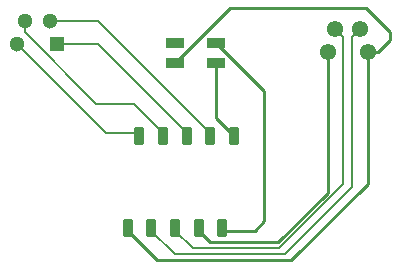
<source format=gbr>
%TF.GenerationSoftware,KiCad,Pcbnew,7.0.10*%
%TF.CreationDate,2024-12-20T17:15:42-05:00*%
%TF.ProjectId,accessory_peripheral,61636365-7373-46f7-9279-5f7065726970,rev?*%
%TF.SameCoordinates,Original*%
%TF.FileFunction,Copper,L1,Top*%
%TF.FilePolarity,Positive*%
%FSLAX46Y46*%
G04 Gerber Fmt 4.6, Leading zero omitted, Abs format (unit mm)*
G04 Created by KiCad (PCBNEW 7.0.10) date 2024-12-20 17:15:42*
%MOMM*%
%LPD*%
G01*
G04 APERTURE LIST*
G04 Aperture macros list*
%AMRoundRect*
0 Rectangle with rounded corners*
0 $1 Rounding radius*
0 $2 $3 $4 $5 $6 $7 $8 $9 X,Y pos of 4 corners*
0 Add a 4 corners polygon primitive as box body*
4,1,4,$2,$3,$4,$5,$6,$7,$8,$9,$2,$3,0*
0 Add four circle primitives for the rounded corners*
1,1,$1+$1,$2,$3*
1,1,$1+$1,$4,$5*
1,1,$1+$1,$6,$7*
1,1,$1+$1,$8,$9*
0 Add four rect primitives between the rounded corners*
20,1,$1+$1,$2,$3,$4,$5,0*
20,1,$1+$1,$4,$5,$6,$7,0*
20,1,$1+$1,$6,$7,$8,$9,0*
20,1,$1+$1,$8,$9,$2,$3,0*%
G04 Aperture macros list end*
%TA.AperFunction,SMDPad,CuDef*%
%ADD10R,1.600000X0.850000*%
%TD*%
%TA.AperFunction,ComponentPad*%
%ADD11C,1.381000*%
%TD*%
%TA.AperFunction,ComponentPad*%
%ADD12R,1.300000X1.300000*%
%TD*%
%TA.AperFunction,ComponentPad*%
%ADD13C,1.300000*%
%TD*%
%TA.AperFunction,SMDPad,CuDef*%
%ADD14RoundRect,0.225000X0.225000X-0.525000X0.225000X0.525000X-0.225000X0.525000X-0.225000X-0.525000X0*%
%TD*%
%TA.AperFunction,Conductor*%
%ADD15C,0.250000*%
%TD*%
%TA.AperFunction,Conductor*%
%ADD16C,0.200000*%
%TD*%
G04 APERTURE END LIST*
D10*
%TO.P,J4,1,Pin_1*%
%TO.N,unconnected-(J4-Pin_1-Pad1)*%
X58448000Y-42305000D03*
%TO.P,J4,2,Pin_2*%
%TO.N,usb_gnd*%
X58448000Y-44055000D03*
%TO.P,J4,3,Pin_3*%
%TO.N,DIN{slash}GPIO*%
X61948000Y-44055000D03*
%TO.P,J4,4,Pin_4*%
%TO.N,5v*%
X61948000Y-42305000D03*
%TD*%
D11*
%TO.P,J3,1,Pin_1*%
%TO.N,5v_usb*%
X71393000Y-43098000D03*
%TO.P,J3,2,Pin_2*%
%TO.N,usb_d-*%
X72018000Y-41148000D03*
%TO.P,J3,3,Pin_3*%
%TO.N,usb_gnd*%
X74793000Y-43098000D03*
%TO.P,J3,4,Pin_4*%
%TO.N,usb_d+*%
X74168000Y-41148000D03*
%TD*%
D12*
%TO.P,J2,1,Pin_1*%
%TO.N,Rx+*%
X48514000Y-42418000D03*
D13*
%TO.P,J2,2,Pin_2*%
%TO.N,Rx-*%
X47889000Y-40468000D03*
%TO.P,J2,3,Pin_3*%
%TO.N,Tx+*%
X45114000Y-42418000D03*
%TO.P,J2,4,Pin_4*%
%TO.N,Tx-*%
X45739000Y-40468000D03*
%TD*%
D14*
%TO.P,J1,1,Pin_1*%
%TO.N,usb_gnd*%
X54464300Y-57976600D03*
%TO.P,J1,2,Pin_2*%
%TO.N,usb_d+*%
X56464300Y-57976600D03*
%TO.P,J1,3,Pin_3*%
%TO.N,usb_d-*%
X58464300Y-57976600D03*
%TO.P,J1,4,Pin_4*%
%TO.N,5v_usb*%
X60464300Y-57976600D03*
%TO.P,J1,5,Pin_5*%
%TO.N,5v*%
X62464300Y-57976600D03*
%TO.P,J1,6,Pin_6*%
%TO.N,Tx+*%
X55464300Y-50176600D03*
%TO.P,J1,7,Pin_7*%
%TO.N,Tx-*%
X57464300Y-50176600D03*
%TO.P,J1,8,Pin_8*%
%TO.N,Rx+*%
X59464300Y-50176600D03*
%TO.P,J1,9,Pin_9*%
%TO.N,Rx-*%
X61464300Y-50176600D03*
%TO.P,J1,10,Pin_10*%
%TO.N,DIN{slash}GPIO*%
X63464300Y-50176600D03*
%TD*%
D15*
%TO.N,usb_gnd*%
X76708000Y-41402000D02*
X76708000Y-42082000D01*
X75692000Y-43098000D02*
X74793000Y-43098000D01*
X58448000Y-44055000D02*
X63133000Y-39370000D01*
X63133000Y-39370000D02*
X74676000Y-39370000D01*
X74793000Y-43098000D02*
X74793000Y-54239000D01*
X74793000Y-54239000D02*
X68326000Y-60706000D01*
X56943700Y-60706000D02*
X54464300Y-58226600D01*
X68326000Y-60706000D02*
X56943700Y-60706000D01*
X76708000Y-42082000D02*
X75692000Y-43098000D01*
X74676000Y-39370000D02*
X76708000Y-41402000D01*
D16*
%TO.N,usb_d+*%
X73477500Y-41838500D02*
X73477500Y-54538500D01*
X74168000Y-41148000D02*
X73477500Y-41838500D01*
X58460700Y-60198000D02*
X56464300Y-58201600D01*
X67818000Y-60198000D02*
X58460700Y-60198000D01*
X73477500Y-54538500D02*
X67818000Y-60198000D01*
%TO.N,usb_d-*%
X72018000Y-41148000D02*
X72708500Y-41838500D01*
X72708500Y-41838500D02*
X72708500Y-54291500D01*
X67310000Y-59690000D02*
X59952700Y-59690000D01*
X59952700Y-59690000D02*
X58464300Y-58201600D01*
X72708500Y-54291500D02*
X67310000Y-59690000D01*
D15*
%TO.N,5v_usb*%
X71393000Y-43098000D02*
X71393000Y-55005960D01*
X67216960Y-59182000D02*
X61419700Y-59182000D01*
X71393000Y-55005960D02*
X67216960Y-59182000D01*
X61419700Y-59182000D02*
X60464300Y-58226600D01*
%TO.N,5v*%
X65237738Y-58226600D02*
X62464300Y-58226600D01*
X61948000Y-42305000D02*
X66040000Y-46397000D01*
X66040000Y-57424338D02*
X65237738Y-58226600D01*
X66040000Y-46397000D02*
X66040000Y-57424338D01*
D16*
%TO.N,Tx+*%
X53862600Y-49951600D02*
X55239300Y-49951600D01*
X52647600Y-49951600D02*
X55464300Y-49951600D01*
X45114000Y-42418000D02*
X52647600Y-49951600D01*
%TO.N,Tx-*%
X55010700Y-47498000D02*
X57464300Y-49951600D01*
X45739000Y-41421000D02*
X51816000Y-47498000D01*
X51816000Y-47498000D02*
X55010700Y-47498000D01*
X45739000Y-40468000D02*
X45739000Y-41421000D01*
%TO.N,Rx+*%
X51930700Y-42418000D02*
X59464300Y-49951600D01*
X48514000Y-42418000D02*
X51930700Y-42418000D01*
%TO.N,Rx-*%
X51980700Y-40468000D02*
X61464300Y-49951600D01*
X47889000Y-40468000D02*
X51980700Y-40468000D01*
D15*
%TO.N,DIN{slash}GPIO*%
X63214300Y-49926600D02*
X63464300Y-49926600D01*
X61948000Y-44055000D02*
X61948000Y-48660300D01*
X61948000Y-48660300D02*
X63214300Y-49926600D01*
%TD*%
M02*

</source>
